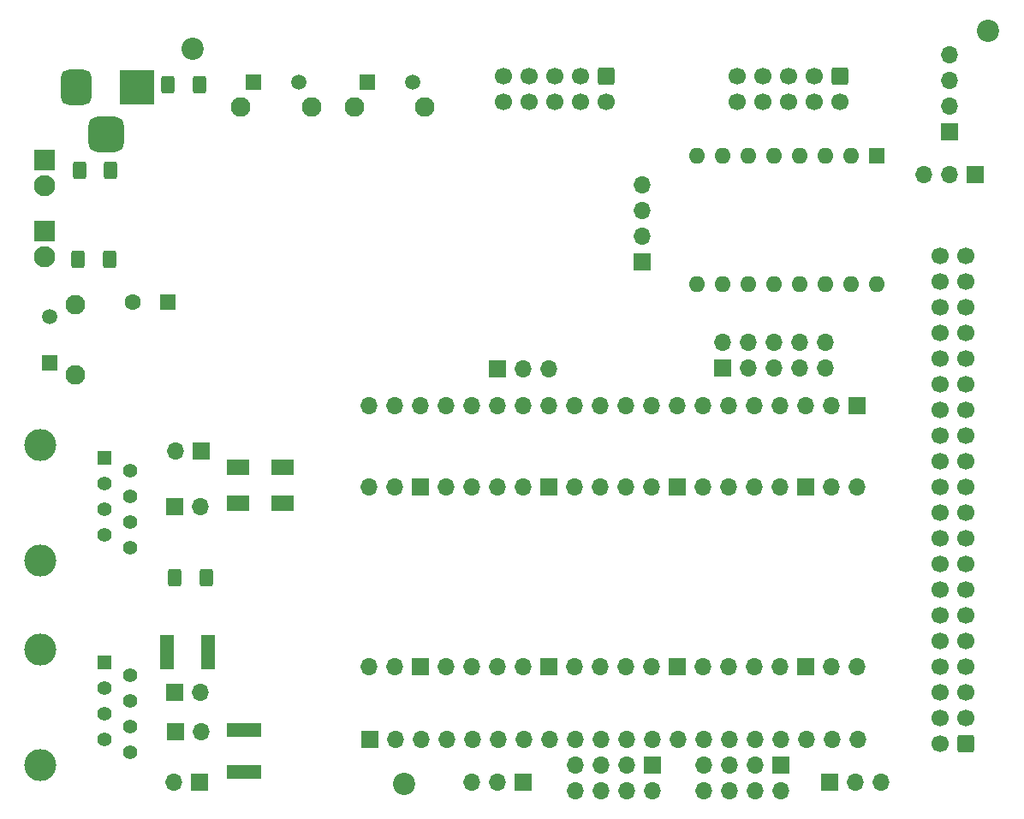
<source format=gbs>
%TF.GenerationSoftware,KiCad,Pcbnew,8.0.5*%
%TF.CreationDate,2024-12-19T23:12:18-05:00*%
%TF.ProjectId,LCC-Pico-Stepper_v2_4,4c43432d-5069-4636-9f2d-537465707065,rev?*%
%TF.SameCoordinates,Original*%
%TF.FileFunction,Soldermask,Bot*%
%TF.FilePolarity,Negative*%
%FSLAX46Y46*%
G04 Gerber Fmt 4.6, Leading zero omitted, Abs format (unit mm)*
G04 Created by KiCad (PCBNEW 8.0.5) date 2024-12-19 23:12:18*
%MOMM*%
%LPD*%
G01*
G04 APERTURE LIST*
G04 Aperture macros list*
%AMRoundRect*
0 Rectangle with rounded corners*
0 $1 Rounding radius*
0 $2 $3 $4 $5 $6 $7 $8 $9 X,Y pos of 4 corners*
0 Add a 4 corners polygon primitive as box body*
4,1,4,$2,$3,$4,$5,$6,$7,$8,$9,$2,$3,0*
0 Add four circle primitives for the rounded corners*
1,1,$1+$1,$2,$3*
1,1,$1+$1,$4,$5*
1,1,$1+$1,$6,$7*
1,1,$1+$1,$8,$9*
0 Add four rect primitives between the rounded corners*
20,1,$1+$1,$2,$3,$4,$5,0*
20,1,$1+$1,$4,$5,$6,$7,0*
20,1,$1+$1,$6,$7,$8,$9,0*
20,1,$1+$1,$8,$9,$2,$3,0*%
G04 Aperture macros list end*
%ADD10C,3.170000*%
%ADD11R,1.400000X1.400000*%
%ADD12C,1.400000*%
%ADD13R,1.700000X1.700000*%
%ADD14O,1.700000X1.700000*%
%ADD15R,1.600000X1.600000*%
%ADD16O,1.600000X1.600000*%
%ADD17C,1.600000*%
%ADD18R,1.500000X1.500000*%
%ADD19C,1.500000*%
%ADD20C,1.950000*%
%ADD21RoundRect,0.250000X-0.600000X0.600000X-0.600000X-0.600000X0.600000X-0.600000X0.600000X0.600000X0*%
%ADD22C,1.700000*%
%ADD23R,2.100000X2.100000*%
%ADD24C,2.100000*%
%ADD25C,2.200000*%
%ADD26RoundRect,0.250000X0.600000X0.600000X-0.600000X0.600000X-0.600000X-0.600000X0.600000X-0.600000X0*%
%ADD27R,3.500000X3.500000*%
%ADD28RoundRect,0.750000X-0.750000X-1.000000X0.750000X-1.000000X0.750000X1.000000X-0.750000X1.000000X0*%
%ADD29RoundRect,0.875000X-0.875000X-0.875000X0.875000X-0.875000X0.875000X0.875000X-0.875000X0.875000X0*%
%ADD30RoundRect,0.250000X-0.400000X-0.625000X0.400000X-0.625000X0.400000X0.625000X-0.400000X0.625000X0*%
%ADD31RoundRect,0.250000X0.400000X0.625000X-0.400000X0.625000X-0.400000X-0.625000X0.400000X-0.625000X0*%
%ADD32R,1.320000X3.430000*%
%ADD33R,2.300000X1.600000*%
%ADD34R,3.430000X1.320000*%
G04 APERTURE END LIST*
D10*
X104360000Y-113640000D03*
X104360000Y-125070000D03*
D11*
X110710000Y-114910000D03*
D12*
X113250000Y-116180000D03*
X110710000Y-117450000D03*
X113250000Y-118720000D03*
X110710000Y-119990000D03*
X113250000Y-121260000D03*
X110710000Y-122530000D03*
X113250000Y-123800000D03*
D10*
X104360000Y-93440000D03*
X104360000Y-104870000D03*
D11*
X110710000Y-94710000D03*
D12*
X113250000Y-95980000D03*
X110710000Y-97250000D03*
X113250000Y-98520000D03*
X110710000Y-99790000D03*
X113250000Y-101060000D03*
X110710000Y-102330000D03*
X113250000Y-103600000D03*
D13*
X117700000Y-121800000D03*
D14*
X120240000Y-121800000D03*
D15*
X187096400Y-64830800D03*
D16*
X184556400Y-64830800D03*
X182016400Y-64830800D03*
X179476400Y-64830800D03*
X176936400Y-64830800D03*
X174396400Y-64830800D03*
X171856400Y-64830800D03*
X169316400Y-64830800D03*
X169316400Y-77530800D03*
X171856400Y-77530800D03*
X174396400Y-77530800D03*
X176936400Y-77530800D03*
X179476400Y-77530800D03*
X182016400Y-77530800D03*
X184556400Y-77530800D03*
X187096400Y-77530800D03*
D13*
X185130601Y-89505095D03*
D14*
X182590601Y-89505095D03*
X180050601Y-89505095D03*
X177510601Y-89505095D03*
X174970601Y-89505095D03*
X172430601Y-89505095D03*
X169890601Y-89505095D03*
X167350601Y-89505095D03*
X164810601Y-89505095D03*
X162270601Y-89505095D03*
X159730601Y-89505095D03*
X157190601Y-89505095D03*
X154650601Y-89505095D03*
X152110601Y-89505095D03*
X149570601Y-89505095D03*
X147030601Y-89505095D03*
X144490601Y-89505095D03*
X141950601Y-89505095D03*
X139410601Y-89505095D03*
X136870601Y-89505095D03*
D13*
X196824600Y-66649600D03*
D14*
X194284600Y-66649600D03*
X191744600Y-66649600D03*
D13*
X171810600Y-85755400D03*
D14*
X171810600Y-83215400D03*
X174350600Y-85755400D03*
X174350600Y-83215400D03*
X176890600Y-85755400D03*
X176890600Y-83215400D03*
X179430600Y-85755400D03*
X179430600Y-83215400D03*
X181970600Y-85755400D03*
X181970600Y-83215400D03*
D13*
X194300000Y-62423200D03*
D14*
X194300000Y-59883200D03*
X194300000Y-57343200D03*
X194300000Y-54803200D03*
D13*
X163830000Y-75285600D03*
D14*
X163830000Y-72745600D03*
X163830000Y-70205600D03*
X163830000Y-67665600D03*
X136855200Y-115337150D03*
X139395200Y-115337150D03*
D13*
X141935200Y-115337150D03*
D14*
X144475200Y-115337150D03*
X147015200Y-115337150D03*
X149555200Y-115337150D03*
X152095200Y-115337150D03*
D13*
X154635200Y-115337150D03*
D14*
X157175200Y-115337150D03*
X159715200Y-115337150D03*
X162255200Y-115337150D03*
X164795200Y-115337150D03*
D13*
X167335200Y-115337150D03*
D14*
X169875200Y-115337150D03*
X172415200Y-115337150D03*
X174955200Y-115337150D03*
X177495200Y-115337150D03*
D13*
X180035200Y-115337150D03*
D14*
X182575200Y-115337150D03*
X185115200Y-115337150D03*
X185115200Y-97557150D03*
X182575200Y-97557150D03*
D13*
X180035200Y-97557150D03*
D14*
X177495200Y-97557150D03*
X174955200Y-97557150D03*
X172415200Y-97557150D03*
X169875200Y-97557150D03*
D13*
X167335200Y-97557150D03*
D14*
X164795200Y-97557150D03*
X162255200Y-97557150D03*
X159715200Y-97557150D03*
X157175200Y-97557150D03*
D13*
X154635200Y-97557150D03*
D14*
X152095200Y-97557150D03*
X149555200Y-97557150D03*
X147015200Y-97557150D03*
X144475200Y-97557150D03*
D13*
X141935200Y-97557150D03*
D14*
X139395200Y-97557150D03*
X136855200Y-97557150D03*
D13*
X117660000Y-99500000D03*
D14*
X120200000Y-99500000D03*
D15*
X116952651Y-79300000D03*
D17*
X113452651Y-79300000D03*
D18*
X136650000Y-57475000D03*
D19*
X141150000Y-57475000D03*
D20*
X135400000Y-59975000D03*
X142400000Y-59975000D03*
D13*
X164846000Y-125090750D03*
D14*
X164846000Y-127630750D03*
X162306000Y-125090750D03*
X162306000Y-127630750D03*
X159766000Y-125090750D03*
X159766000Y-127630750D03*
X157226000Y-125090750D03*
X157226000Y-127630750D03*
D21*
X183388000Y-56896000D03*
D22*
X183388000Y-59436000D03*
X180848000Y-56896000D03*
X180848000Y-59436000D03*
X178308000Y-56896000D03*
X178308000Y-59436000D03*
X175768000Y-56896000D03*
X175768000Y-59436000D03*
X173228000Y-56896000D03*
X173228000Y-59436000D03*
D18*
X105275000Y-85250000D03*
D19*
X105275000Y-80750000D03*
D20*
X107775000Y-86500000D03*
X107775000Y-79500000D03*
D23*
X104800000Y-65230000D03*
D24*
X104800000Y-67770000D03*
D13*
X152131000Y-126746000D03*
D14*
X149591000Y-126746000D03*
X147051000Y-126746000D03*
D25*
X198100000Y-52400000D03*
D21*
X160324800Y-56946800D03*
D22*
X160324800Y-59486800D03*
X157784800Y-56946800D03*
X157784800Y-59486800D03*
X155244800Y-56946800D03*
X155244800Y-59486800D03*
X152704800Y-56946800D03*
X152704800Y-59486800D03*
X150164800Y-56946800D03*
X150164800Y-59486800D03*
D23*
X104800000Y-72212500D03*
D24*
X104800000Y-74752500D03*
D13*
X120300000Y-94000000D03*
D14*
X117760000Y-94000000D03*
D13*
X136906000Y-122550750D03*
D14*
X139446000Y-122550750D03*
X141986000Y-122550750D03*
X144526000Y-122550750D03*
X147066000Y-122550750D03*
X149606000Y-122550750D03*
X152146000Y-122550750D03*
X154686000Y-122550750D03*
X157226000Y-122550750D03*
X159766000Y-122550750D03*
X162306000Y-122550750D03*
X164846000Y-122550750D03*
X167386000Y-122550750D03*
X169926000Y-122550750D03*
X172466000Y-122550750D03*
X175006000Y-122550750D03*
X177546000Y-122550750D03*
X180086000Y-122550750D03*
X182626000Y-122550750D03*
X185166000Y-122550750D03*
D13*
X182372000Y-126746000D03*
D14*
X184912000Y-126746000D03*
X187452000Y-126746000D03*
D13*
X149560000Y-85900000D03*
D14*
X152100000Y-85900000D03*
X154640000Y-85900000D03*
D25*
X119400000Y-54200000D03*
D26*
X195834000Y-122936000D03*
D22*
X193294000Y-122936000D03*
X195834000Y-120396000D03*
X193294000Y-120396000D03*
X195834000Y-117856000D03*
X193294000Y-117856000D03*
X195834000Y-115316000D03*
X193294000Y-115316000D03*
X195834000Y-112776000D03*
X193294000Y-112776000D03*
X195834000Y-110236000D03*
X193294000Y-110236000D03*
X195834000Y-107696000D03*
X193294000Y-107696000D03*
X195834000Y-105156000D03*
X193294000Y-105156000D03*
X195834000Y-102616000D03*
X193294000Y-102616000D03*
X195834000Y-100076000D03*
X193294000Y-100076000D03*
X195834000Y-97536000D03*
X193294000Y-97536000D03*
X195834000Y-94996000D03*
X193294000Y-94996000D03*
X195834000Y-92456000D03*
X193294000Y-92456000D03*
X195834000Y-89916000D03*
X193294000Y-89916000D03*
X195834000Y-87376000D03*
X193294000Y-87376000D03*
X195834000Y-84836000D03*
X193294000Y-84836000D03*
X195834000Y-82296000D03*
X193294000Y-82296000D03*
X195834000Y-79756000D03*
X193294000Y-79756000D03*
X195834000Y-77216000D03*
X193294000Y-77216000D03*
X195834000Y-74676000D03*
X193294000Y-74676000D03*
D27*
X113900000Y-58000000D03*
D28*
X107900000Y-58000000D03*
D29*
X110900000Y-62700000D03*
D18*
X125400000Y-57500000D03*
D19*
X129900000Y-57500000D03*
D20*
X124150000Y-60000000D03*
X131150000Y-60000000D03*
D13*
X177546000Y-125090750D03*
D14*
X177546000Y-127630750D03*
X175006000Y-125090750D03*
X175006000Y-127630750D03*
X172466000Y-125090750D03*
X172466000Y-127630750D03*
X169926000Y-125090750D03*
X169926000Y-127630750D03*
D25*
X140300000Y-126900000D03*
D13*
X120100000Y-126800000D03*
D14*
X117560000Y-126800000D03*
D13*
X117660000Y-117900000D03*
D14*
X120200000Y-117900000D03*
D30*
X108100000Y-75000000D03*
X111200000Y-75000000D03*
D31*
X120750000Y-106512500D03*
X117650000Y-106512500D03*
D30*
X108200000Y-66200000D03*
X111300000Y-66200000D03*
X116950000Y-57800000D03*
X120050000Y-57800000D03*
D32*
X120960000Y-113900000D03*
X116840000Y-113900000D03*
D33*
X128300000Y-95600000D03*
X123900000Y-95600000D03*
D34*
X124500000Y-121640000D03*
X124500000Y-125760000D03*
D33*
X128300000Y-99200000D03*
X123900000Y-99200000D03*
M02*

</source>
